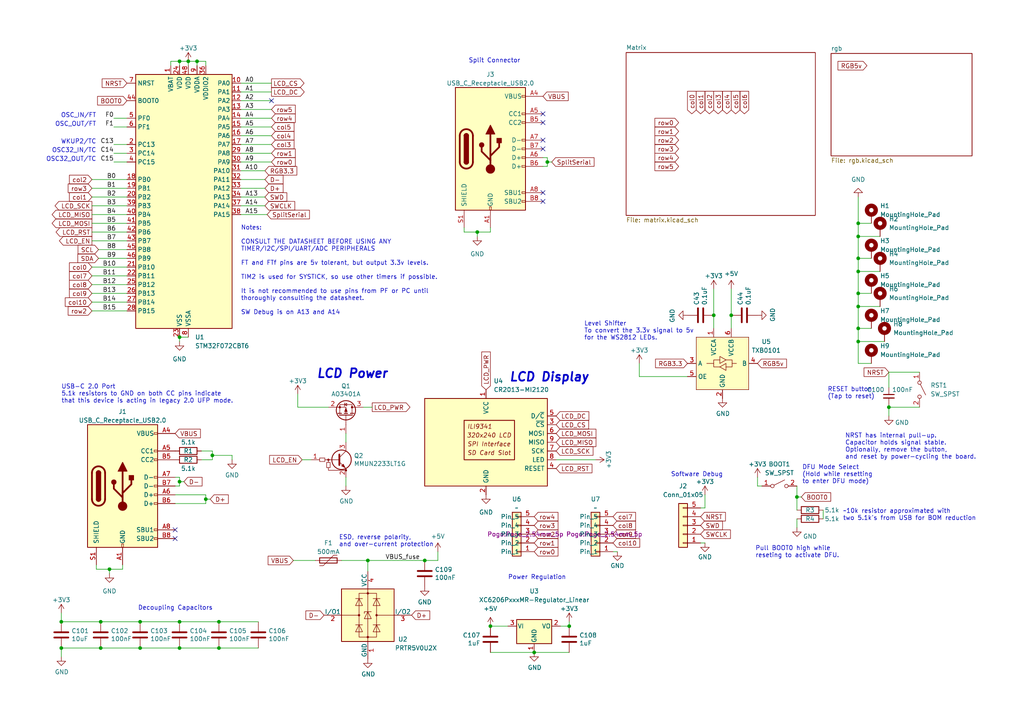
<source format=kicad_sch>
(kicad_sch (version 20231120) (generator "eeschema") (generator_version "8.0")
  (paper "A4")
  (junction (at 17.78 180.34))
  (junction (at 248.92 74.93))
  (junction (at 207.01 91.44))
  (junction (at 138.43 67.31))
  (junction (at 61.595 132.08))
  (junction (at 52.07 17.78))
  (junction (at 54.61 17.78))
  (junction (at 59.69 144.78))
  (junction (at 52.07 139.7))
  (junction (at 248.92 95.25))
  (junction (at 52.07 180.34))
  (junction (at 106.68 162.56))
  (junction (at 17.78 187.96))
  (junction (at 52.07 97.79))
  (junction (at 29.21 180.34))
  (junction (at 248.92 78.74))
  (junction (at 63.5 180.34))
  (junction (at 248.92 64.77))
  (junction (at 29.21 187.96))
  (junction (at 248.92 88.9))
  (junction (at 231.14 144.145))
  (junction (at 212.09 91.44))
  (junction (at 248.92 85.09))
  (junction (at 40.64 180.34))
  (junction (at 154.94 189.23) (diameter 0.9144))
  (junction (at 40.64 187.96))
  (junction (at 123.19 162.56))
  (junction (at 63.5 187.96))
  (junction (at 57.15 17.78))
  (junction (at 52.07 187.96))
  (junction (at 257.81 118.11))
  (junction (at 165.1 181.61))
  (junction (at 248.92 99.06))
  (junction (at 31.75 165.1))
  (junction (at 248.92 68.58))
  (junction (at 142.24 181.61))
  (junction (at 158.75 46.99))
  (no_connect (at 157.48 43.18))
  (no_connect (at 50.8 153.67))
  (no_connect (at 157.48 58.42))
  (no_connect (at 50.8 156.21))
  (no_connect (at 78.74 29.21))
  (no_connect (at 157.48 33.02))
  (no_connect (at 157.48 35.56))
  (no_connect (at 157.48 40.64))
  (no_connect (at 157.48 55.88))
  (wire (pts (xy 248.92 88.9) (xy 248.92 85.09)))
  (wire (pts (xy 69.85 39.37) (xy 78.74 39.37)))
  (wire (pts (xy 63.5 187.96) (xy 74.93 187.96)))
  (wire (pts (xy 123.19 162.56) (xy 127 162.56)))
  (wire (pts (xy 248.92 95.25) (xy 248.92 88.9)))
  (wire (pts (xy 138.43 68.58) (xy 138.43 67.31)))
  (wire (pts (xy 17.78 177.8) (xy 17.78 180.34)))
  (wire (pts (xy 26.67 80.01) (xy 36.83 80.01)))
  (wire (pts (xy 248.92 57.15) (xy 248.92 64.77)))
  (wire (pts (xy 100.33 125.73) (xy 100.33 128.27)))
  (wire (pts (xy 127 160.02) (xy 127 162.56)))
  (wire (pts (xy 40.64 180.34) (xy 29.21 180.34)))
  (wire (pts (xy 52.07 138.43) (xy 52.07 139.7)))
  (wire (pts (xy 67.31 132.08) (xy 67.31 133.35)))
  (wire (pts (xy 207.01 83.82) (xy 207.01 91.44)))
  (wire (pts (xy 69.85 57.15) (xy 76.835 57.15)))
  (wire (pts (xy 248.92 74.93) (xy 248.92 68.58)))
  (wire (pts (xy 248.92 78.74) (xy 248.92 74.93)))
  (wire (pts (xy 59.69 146.05) (xy 59.69 144.78)))
  (wire (pts (xy 50.8 143.51) (xy 59.69 143.51)))
  (wire (pts (xy 33.02 44.45) (xy 36.83 44.45)))
  (wire (pts (xy 26.67 77.47) (xy 36.83 77.47)))
  (wire (pts (xy 26.67 54.61) (xy 36.83 54.61)))
  (wire (pts (xy 26.67 52.07) (xy 36.83 52.07)))
  (wire (pts (xy 29.21 180.34) (xy 17.78 180.34)))
  (wire (pts (xy 40.64 187.96) (xy 52.07 187.96)))
  (wire (pts (xy 204.47 143.51) (xy 204.47 147.32)))
  (wire (pts (xy 52.07 17.78) (xy 52.07 19.05)))
  (wire (pts (xy 17.78 190.5) (xy 17.78 187.96)))
  (wire (pts (xy 69.85 54.61) (xy 76.835 54.61)))
  (wire (pts (xy 185.42 109.22) (xy 199.39 109.22)))
  (wire (pts (xy 33.02 36.83) (xy 36.83 36.83)))
  (wire (pts (xy 61.595 133.35) (xy 61.595 132.08)))
  (wire (pts (xy 248.92 99.06) (xy 248.92 105.41)))
  (wire (pts (xy 248.92 105.41) (xy 252.73 105.41)))
  (wire (pts (xy 28.575 72.39) (xy 36.83 72.39)))
  (wire (pts (xy 26.67 57.15) (xy 36.83 57.15)))
  (wire (pts (xy 26.67 85.09) (xy 36.83 85.09)))
  (wire (pts (xy 134.62 67.31) (xy 138.43 67.31)))
  (wire (pts (xy 86.36 114.3) (xy 86.36 118.11)))
  (wire (pts (xy 33.02 46.99) (xy 36.83 46.99)))
  (wire (pts (xy 154.94 189.23) (xy 165.1 189.23)))
  (wire (pts (xy 231.14 140.97) (xy 231.14 144.145)))
  (wire (pts (xy 52.07 99.06) (xy 52.07 97.79)))
  (wire (pts (xy 248.92 78.74) (xy 255.27 78.74)))
  (wire (pts (xy 61.595 132.08) (xy 67.31 132.08)))
  (wire (pts (xy 26.67 67.31) (xy 36.83 67.31)))
  (wire (pts (xy 165.1 180.34) (xy 165.1 181.61)))
  (wire (pts (xy 69.85 62.23) (xy 77.47 62.23)))
  (wire (pts (xy 52.07 97.79) (xy 54.61 97.79)))
  (wire (pts (xy 69.85 49.53) (xy 76.835 49.53)))
  (wire (pts (xy 52.07 180.34) (xy 63.5 180.34)))
  (wire (pts (xy 248.92 95.25) (xy 248.92 99.06)))
  (wire (pts (xy 204.47 147.32) (xy 203.2 147.32)))
  (wire (pts (xy 157.48 45.72) (xy 158.75 45.72)))
  (wire (pts (xy 26.67 62.23) (xy 36.83 62.23)))
  (wire (pts (xy 49.53 17.78) (xy 52.07 17.78)))
  (wire (pts (xy 26.67 64.77) (xy 36.83 64.77)))
  (wire (pts (xy 50.8 146.05) (xy 59.69 146.05)))
  (wire (pts (xy 100.33 138.43) (xy 100.33 140.97)))
  (wire (pts (xy 69.85 34.29) (xy 78.74 34.29)))
  (wire (pts (xy 238.76 147.955) (xy 238.76 150.495)))
  (wire (pts (xy 52.07 139.7) (xy 52.07 140.97)))
  (wire (pts (xy 69.85 59.69) (xy 76.835 59.69)))
  (wire (pts (xy 26.67 82.55) (xy 36.83 82.55)))
  (wire (pts (xy 52.07 17.78) (xy 54.61 17.78)))
  (wire (pts (xy 185.42 109.22) (xy 185.42 105.41)))
  (wire (pts (xy 212.09 83.82) (xy 212.09 91.44)))
  (wire (pts (xy 49.53 17.78) (xy 49.53 19.05)))
  (wire (pts (xy 256.54 99.06) (xy 248.92 99.06)))
  (wire (pts (xy 33.02 41.91) (xy 36.83 41.91)))
  (wire (pts (xy 142.24 181.61) (xy 147.32 181.61)))
  (wire (pts (xy 69.85 44.45) (xy 78.74 44.45)))
  (wire (pts (xy 162.56 181.61) (xy 165.1 181.61)))
  (wire (pts (xy 85.09 162.56) (xy 91.44 162.56)))
  (wire (pts (xy 40.64 187.96) (xy 29.21 187.96)))
  (wire (pts (xy 257.81 107.95) (xy 257.81 112.395)))
  (wire (pts (xy 231.14 144.145) (xy 231.14 147.955)))
  (wire (pts (xy 90.17 133.35) (xy 87.63 133.35)))
  (wire (pts (xy 26.67 87.63) (xy 36.83 87.63)))
  (wire (pts (xy 50.8 140.97) (xy 52.07 140.97)))
  (wire (pts (xy 158.75 46.99) (xy 160.02 46.99)))
  (wire (pts (xy 231.14 150.495) (xy 231.14 153.035)))
  (wire (pts (xy 257.81 107.95) (xy 266.7 107.95)))
  (wire (pts (xy 134.62 66.04) (xy 134.62 67.31)))
  (wire (pts (xy 29.21 187.96) (xy 17.78 187.96)))
  (wire (pts (xy 69.85 24.13) (xy 78.74 24.13)))
  (wire (pts (xy 257.81 118.11) (xy 266.7 118.11)))
  (wire (pts (xy 35.56 165.1) (xy 35.56 163.83)))
  (wire (pts (xy 59.69 143.51) (xy 59.69 144.78)))
  (wire (pts (xy 203.2 157.48) (xy 204.47 157.48)))
  (wire (pts (xy 248.92 88.9) (xy 255.27 88.9)))
  (wire (pts (xy 69.85 29.21) (xy 78.74 29.21)))
  (wire (pts (xy 27.94 165.1) (xy 31.75 165.1)))
  (wire (pts (xy 106.68 162.56) (xy 123.19 162.56)))
  (wire (pts (xy 158.75 48.26) (xy 158.75 46.99)))
  (wire (pts (xy 248.92 64.77) (xy 252.73 64.77)))
  (wire (pts (xy 40.64 180.34) (xy 52.07 180.34)))
  (wire (pts (xy 231.14 144.145) (xy 232.41 144.145)))
  (wire (pts (xy 52.07 139.7) (xy 53.34 139.7)))
  (wire (pts (xy 57.15 17.78) (xy 54.61 17.78)))
  (wire (pts (xy 59.69 144.78) (xy 60.96 144.78)))
  (wire (pts (xy 158.75 45.72) (xy 158.75 46.99)))
  (wire (pts (xy 59.69 17.78) (xy 59.69 19.05)))
  (wire (pts (xy 69.85 36.83) (xy 78.74 36.83)))
  (wire (pts (xy 154.94 189.23) (xy 142.24 189.23)))
  (wire (pts (xy 28.575 74.93) (xy 36.83 74.93)))
  (wire (pts (xy 177.8 160.02) (xy 179.07 160.02)))
  (wire (pts (xy 50.8 138.43) (xy 52.07 138.43)))
  (wire (pts (xy 69.85 31.75) (xy 78.74 31.75)))
  (wire (pts (xy 54.61 17.78) (xy 54.61 19.05)))
  (wire (pts (xy 220.98 140.97) (xy 219.71 140.97)))
  (wire (pts (xy 63.5 180.34) (xy 74.93 180.34)))
  (wire (pts (xy 31.75 165.1) (xy 35.56 165.1)))
  (wire (pts (xy 26.67 59.69) (xy 36.83 59.69)))
  (wire (pts (xy 248.92 68.58) (xy 255.27 68.58)))
  (wire (pts (xy 207.01 91.44) (xy 207.01 95.25)))
  (wire (pts (xy 69.85 52.07) (xy 76.835 52.07)))
  (wire (pts (xy 33.02 34.29) (xy 36.83 34.29)))
  (wire (pts (xy 31.75 166.37) (xy 31.75 165.1)))
  (wire (pts (xy 105.41 118.11) (xy 107.95 118.11)))
  (wire (pts (xy 57.15 17.78) (xy 57.15 19.05)))
  (wire (pts (xy 142.24 67.31) (xy 142.24 66.04)))
  (wire (pts (xy 86.36 118.11) (xy 95.25 118.11)))
  (wire (pts (xy 58.42 133.35) (xy 61.595 133.35)))
  (wire (pts (xy 252.73 95.25) (xy 248.92 95.25)))
  (wire (pts (xy 69.85 41.91) (xy 78.74 41.91)))
  (wire (pts (xy 52.07 187.96) (xy 63.5 187.96)))
  (wire (pts (xy 27.94 163.83) (xy 27.94 165.1)))
  (wire (pts (xy 257.81 118.11) (xy 257.81 117.475)))
  (wire (pts (xy 248.92 74.93) (xy 252.73 74.93)))
  (wire (pts (xy 138.43 67.31) (xy 142.24 67.31)))
  (wire (pts (xy 212.09 91.44) (xy 212.09 95.25)))
  (wire (pts (xy 26.67 90.17) (xy 36.83 90.17)))
  (wire (pts (xy 58.42 130.81) (xy 61.595 130.81)))
  (wire (pts (xy 248.92 85.09) (xy 248.92 78.74)))
  (wire (pts (xy 248.92 68.58) (xy 248.92 64.77)))
  (wire (pts (xy 257.81 120.65) (xy 257.81 118.11)))
  (wire (pts (xy 161.29 133.35) (xy 172.72 133.35)))
  (wire (pts (xy 219.71 138.43) (xy 219.71 140.97)))
  (wire (pts (xy 106.68 162.56) (xy 106.68 165.735)))
  (wire (pts (xy 99.06 162.56) (xy 106.68 162.56)))
  (wire (pts (xy 26.67 69.85) (xy 36.83 69.85)))
  (wire (pts (xy 61.595 132.08) (xy 61.595 130.81)))
  (wire (pts (xy 69.85 46.99) (xy 78.74 46.99)))
  (wire (pts (xy 157.48 48.26) (xy 158.75 48.26)))
  (wire (pts (xy 69.85 26.67) (xy 78.74 26.67)))
  (wire (pts (xy 248.92 85.09) (xy 252.73 85.09)))
  (wire (pts (xy 57.15 17.78) (xy 59.69 17.78)))
  (text "Decoupling Capacitors" (at 40.005 177.165 0) (effects (font (size 1.27 1.27)) (justify left bottom)))
  (text "~10k resistor approximated with\ntwo 5.1k's from USB for BOM reduction" (at 244.475 151.13 0) (effects (font (size 1.27 1.27)) (justify left bottom)))
  (text "LCD Power" (at 91.694 109.982 0) (effects (font (size 2.54 2.54) (thickness 0.508) (bold yes) (italic yes)) (justify left bottom)))
  (text "Notes:\n\nCONSULT THE DATASHEET BEFORE USING ANY \nTIMER/I2C/SPI/UART/ADC PERIPHERALS\n\nFT and FTf pins are 5v tolerant, but output 3.3v levels.\n\nTIM2 is used for SYSTICK, so use other timers if possible.\n\nIt is not recommended to use pins from PF or PC until\nthoroughly consulting the datasheet.\n\nSW Debug is on A13 and A14" (at 69.85 91.44 0) (effects (font (size 1.27 1.27)) (justify left bottom)))
  (text "RESET button\n(Tap to reset)" (at 240.03 115.824 0) (effects (font (size 1.27 1.27)) (justify left bottom)))
  (text "Power Regulation" (at 147.32 168.275 0) (effects (font (size 1.27 1.27)) (justify left bottom)))
  (text "OSC_IN/FT" (at 27.94 34.29 0) (effects (font (size 1.27 1.27)) (justify right bottom)))
  (text "OSC32_OUT/TC" (at 27.94 46.99 0) (effects (font (size 1.27 1.27)) (justify right bottom)))
  (text "USB-C 2.0 Port\n5.1k resistors to GND on both CC pins indicate\nthat this device is acting in legacy 2.0 UFP mode." (at 17.78 117.094 0) (effects (font (size 1.27 1.27)) (justify left bottom)))
  (text "WKUP2/TC" (at 27.94 41.91 0) (effects (font (size 1.27 1.27)) (justify right bottom)))
  (text "OSC_OUT/FT" (at 27.94 36.83 0) (effects (font (size 1.27 1.27)) (justify right bottom)))
  (text "ESD, reverse polarity,\nand over-current protection" (at 98.298 158.75 0) (effects (font (size 1.27 1.27)) (justify left bottom)))
  (text "Split Connector" (at 135.89 18.415 0) (effects (font (size 1.27 1.27)) (justify left bottom)))
  (text "Software Debug" (at 194.564 138.43 0) (effects (font (size 1.27 1.27)) (justify left bottom)))
  (text "NRST has internal pull-up.\nCapacitor holds signal stable.\nOptionally, remove the button,\nand reset by power-cycling the board." (at 245.11 133.35 0) (effects (font (size 1.27 1.27)) (justify left bottom)))
  (text "OSC32_IN/TC" (at 27.94 44.45 0) (effects (font (size 1.27 1.27)) (justify right bottom)))
  (text "Pull BOOT0 high while \nreseting to activate DFU." (at 219.075 161.925 0) (effects (font (size 1.27 1.27)) (justify left bottom)))
  (text "Level Shifter\nTo convert the 3.3v signal to 5v\nfor the WS2812 LEDs." (at 169.418 98.806 0) (effects (font (size 1.27 1.27)) (justify left bottom)))
  (text "LCD Display" (at 147.574 110.998 0) (effects (font (size 2.54 2.54) (thickness 0.508) (bold yes) (italic yes)) (justify left bottom)))
  (text "DFU Mode Select\n(Hold while resetting\nto enter DFU mode)" (at 232.664 140.462 0) (effects (font (size 1.27 1.27)) (justify left bottom)))
  (label "A0" (at 71.12 24.13 0))
  (label "B11" (at 33.655 80.01 180))
  (label "C13" (at 33.02 41.91 180))
  (label "A6" (at 71.12 39.37 0))
  (label "B4" (at 33.655 62.23 180))
  (label "A7" (at 71.12 41.91 0))
  (label "A4" (at 71.12 34.29 0))
  (label "B2" (at 33.655 57.15 180))
  (label "B8" (at 33.655 72.39 180))
  (label "F0" (at 33.02 34.29 180))
  (label "B13" (at 33.655 85.09 180))
  (label "A3" (at 71.12 31.75 0))
  (label "A10" (at 71.12 49.53 0))
  (label "A9" (at 71.12 46.99 0))
  (label "C14" (at 33.02 44.45 180))
  (label "A2" (at 71.12 29.21 0))
  (label "B5" (at 33.655 64.77 180))
  (label "B0" (at 33.655 52.07 180))
  (label "F1" (at 33.02 36.83 180))
  (label "C15" (at 33.02 46.99 180))
  (label "A8" (at 71.12 44.45 0))
  (label "B1" (at 33.655 54.61 180))
  (label "B7" (at 33.655 69.85 180))
  (label "B10" (at 33.655 77.47 180))
  (label "B9" (at 33.655 74.93 180))
  (label "B6" (at 33.655 67.31 180))
  (label "A13" (at 71.12 57.15 0))
  (label "VBUS_fuse" (at 111.76 162.56 0))
  (label "A1" (at 71.12 26.67 0))
  (label "B3" (at 33.655 59.69 180))
  (label "B15" (at 33.655 90.17 180))
  (label "A5" (at 71.12 36.83 0))
  (label "B14" (at 33.655 87.63 180))
  (label "A15" (at 71.12 62.23 0))
  (label "A14" (at 71.12 59.69 0))
  (label "B12" (at 33.655 82.55 180))
  (global_label "RGB5v" (shape input) (at 219.71 105.41 0) (property "Intersheetrefs" "${INTERSHEET_REFS}" (effects (hide yes))))
  (global_label "col5" (shape input) (at 78.74 36.83 0) (property "Intersheetrefs" "${INTERSHEET_REFS}" (effects (hide yes))))
  (global_label "SDA" (shape input) (at 28.575 74.93 180) (property "Intersheetrefs" "${INTERSHEET_REFS}" (effects (hide yes))))
  (global_label "LCD_MISO" (shape input) (at 161.29 128.27 0) (property "Intersheetrefs" "${INTERSHEET_REFS}" (effects (hide yes))))
  (global_label "VBUS" (shape input) (at 157.48 27.94 0) (property "Intersheetrefs" "${INTERSHEET_REFS}" (effects (hide yes))))
  (global_label "SWD" (shape input) (at 76.835 57.15 0) (property "Intersheetrefs" "${INTERSHEET_REFS}" (effects (hide yes))))
  (global_label "row1" (shape input) (at 196.85 38.1 180) (property "Intersheetrefs" "${INTERSHEET_REFS}" (effects (hide yes))))
  (global_label "LCD_EN" (shape output) (at 26.67 69.85 180) (property "Intersheetrefs" "${INTERSHEET_REFS}" (effects (hide yes))))
  (global_label "row2" (shape input) (at 196.85 40.64 180) (property "Intersheetrefs" "${INTERSHEET_REFS}" (effects (hide yes))))
  (global_label "RGB3.3" (shape input) (at 199.39 105.41 180) (property "Intersheetrefs" "${INTERSHEET_REFS}" (effects (hide yes))))
  (global_label "row0" (shape input) (at 154.94 160.02 0) (property "Intersheetrefs" "${INTERSHEET_REFS}" (effects (hide yes))))
  (global_label "LCD_PWR" (shape input) (at 140.97 113.03 90) (property "Intersheetrefs" "${INTERSHEET_REFS}" (effects (hide yes))))
  (global_label "SWCLK" (shape input) (at 203.2 154.94 0) (property "Intersheetrefs" "${INTERSHEET_REFS}" (effects (hide yes))))
  (global_label "col10" (shape input) (at 177.8 157.48 0) (property "Intersheetrefs" "${INTERSHEET_REFS}" (effects (hide yes))))
  (global_label "NRST" (shape input) (at 257.81 107.95 180) (property "Intersheetrefs" "${INTERSHEET_REFS}" (effects (hide yes))))
  (global_label "SCL" (shape input) (at 28.575 72.39 180) (property "Intersheetrefs" "${INTERSHEET_REFS}" (effects (hide yes))))
  (global_label "LCD_RST" (shape output) (at 26.67 67.31 180) (property "Intersheetrefs" "${INTERSHEET_REFS}" (effects (hide yes))))
  (global_label "LCD_CS" (shape output) (at 78.74 24.13 0) (property "Intersheetrefs" "${INTERSHEET_REFS}" (effects (hide yes))))
  (global_label "row3" (shape input) (at 154.94 152.4 0) (property "Intersheetrefs" "${INTERSHEET_REFS}" (effects (hide yes))))
  (global_label "row1" (shape input) (at 154.94 157.48 0) (property "Intersheetrefs" "${INTERSHEET_REFS}" (effects (hide yes))))
  (global_label "VBUS" (shape input) (at 50.8 125.73 0) (property "Intersheetrefs" "${INTERSHEET_REFS}" (effects (hide yes))))
  (global_label "LCD_CS" (shape input) (at 161.29 123.19 0) (property "Intersheetrefs" "${INTERSHEET_REFS}" (effects (hide yes))))
  (global_label "LCD_PWR" (shape output) (at 107.95 118.11 0) (property "Intersheetrefs" "${INTERSHEET_REFS}" (effects (hide yes))))
  (global_label "col8" (shape input) (at 177.8 152.4 0) (property "Intersheetrefs" "${INTERSHEET_REFS}" (effects (hide yes))))
  (global_label "col6" (shape input) (at 215.9 33.02 90) (property "Intersheetrefs" "${INTERSHEET_REFS}" (effects (hide yes))))
  (global_label "row4" (shape input) (at 78.74 34.29 0) (property "Intersheetrefs" "${INTERSHEET_REFS}" (effects (hide yes))))
  (global_label "BOOT0" (shape input) (at 232.41 144.145 0) (property "Intersheetrefs" "${INTERSHEET_REFS}" (effects (hide yes))))
  (global_label "col7" (shape input) (at 177.8 149.86 0) (property "Intersheetrefs" "${INTERSHEET_REFS}" (effects (hide yes))))
  (global_label "LCD_MOSI" (shape output) (at 26.67 64.77 180) (property "Intersheetrefs" "${INTERSHEET_REFS}" (effects (hide yes))))
  (global_label "col7" (shape input) (at 26.67 80.01 180) (property "Intersheetrefs" "${INTERSHEET_REFS}" (effects (hide yes))))
  (global_label "col0" (shape input) (at 26.67 77.47 180) (property "Intersheetrefs" "${INTERSHEET_REFS}" (effects (hide yes))))
  (global_label "col5" (shape input) (at 213.36 33.02 90) (property "Intersheetrefs" "${INTERSHEET_REFS}" (effects (hide yes))))
  (global_label "BOOT0" (shape input) (at 36.83 29.21 180) (property "Intersheetrefs" "${INTERSHEET_REFS}" (effects (hide yes))))
  (global_label "row4" (shape input) (at 196.85 45.72 180) (property "Intersheetrefs" "${INTERSHEET_REFS}" (effects (hide yes))))
  (global_label "LCD_SCK" (shape output) (at 26.67 59.69 180) (property "Intersheetrefs" "${INTERSHEET_REFS}" (effects (hide yes))))
  (global_label "row2" (shape input) (at 154.94 154.94 0) (property "Intersheetrefs" "${INTERSHEET_REFS}" (effects (hide yes))))
  (global_label "col2" (shape input) (at 26.67 52.07 180) (property "Intersheetrefs" "${INTERSHEET_REFS}" (effects (hide yes))))
  (global_label "LCD_MISO" (shape output) (at 26.67 62.23 180) (property "Intersheetrefs" "${INTERSHEET_REFS}" (effects (hide yes))))
  (global_label "SWD" (shape input) (at 203.2 152.4 0) (property "Intersheetrefs" "${INTERSHEET_REFS}" (effects (hide yes))))
  (global_label "RGB5v" (shape input) (at 251.46 19.05 180) (property "Intersheetrefs" "${INTERSHEET_REFS}" (effects (hide yes))))
  (global_label "row5" (shape input) (at 78.74 31.75 0) (property "Intersheetrefs" "${INTERSHEET_REFS}" (effects (hide yes))))
  (global_label "col1" (shape input) (at 26.67 57.15 180) (property "Intersheetrefs" "${INTERSHEET_REFS}" (effects (hide yes))))
  (global_label "NRST" (shape input) (at 203.2 149.86 0) (property "Intersheetrefs" "${INTERSHEET_REFS}" (effects (hide yes))))
  (global_label "col9" (shape input) (at 177.8 154.94 0) (property "Intersheetrefs" "${INTERSHEET_REFS}" (effects (hide yes))))
  (global_label "D-" (shape input) (at 53.34 139.7 0) (property "Intersheetrefs" "${INTERSHEET_REFS}" (effects (hide yes))))
  (global_label "LCD_DC" (shape output) (at 78.74 26.67 0) (property "Intersheetrefs" "${INTERSHEET_REFS}" (effects (hide yes))))
  (global_label "col4" (shape input) (at 78.74 39.37 0) (property "Intersheetrefs" "${INTERSHEET_REFS}" (effects (hide yes))))
  (global_label "col2" (shape input) (at 205.74 33.02 90) (property "Intersheetrefs" "${INTERSHEET_REFS}" (effects (hide yes))))
  (global_label "row5" (shape input) (at 196.85 48.26 180) (property "Intersheetrefs" "${INTERSHEET_REFS}" (effects (hide yes))))
  (global_label "col9" (shape input) (at 26.67 85.09 180) (property "Intersheetrefs" "${INTERSHEET_REFS}" (effects (hide yes))))
  (global_label "row3" (shape input) (at 196.85 43.18 180) (property "Intersheetrefs" "${INTERSHEET_REFS}" (effects (hide yes))))
  (global_label "NRST" (shape input) (at 36.83 24.13 180) (property "Intersheetrefs" "${INTERSHEET_REFS}" (effects (hide yes))))
  (global_label "row1" (shape input) (at 78.74 44.45 0) (property "Intersheetrefs" "${INTERSHEET_REFS}" (effects (hide yes))))
  (global_label "LCD_MOSI" (shape input) (at 161.29 125.73 0) (property "Intersheetrefs" "${INTERSHEET_REFS}" (effects (hide yes))))
  (global_label "LCD_DC" (shape input) (at 161.29 120.65 0) (property "Intersheetrefs" "${INTERSHEET_REFS}" (effects (hide yes))))
  (global_label "row4" (shape input) (at 154.94 149.86 0) (property "Intersheetrefs" "${INTERSHEET_REFS}" (effects (hide yes))))
  (global_label "col3" (shape input) (at 78.74 41.91 0) (property "Intersheetrefs" "${INTERSHEET_REFS}" (effects (hide yes))))
  (global_label "col3" (shape input) (at 208.28 33.02 90) (property "Intersheetrefs" "${INTERSHEET_REFS}" (effects (hide yes))))
  (global_label "LCD_EN" (shape input) (at 87.63 133.35 180) (property "Intersheetrefs" "${INTERSHEET_REFS}" (effects (hide yes))))
  (global_label "D-" (shape input) (at 76.835 52.07 0) (property "Intersheetrefs" "${INTERSHEET_REFS}" (effects (hide yes))))
  (global_label "RGB3.3" (shape input) (at 76.835 49.53 0) (property "Intersheetrefs" "${INTERSHEET_REFS}" (effects (hide yes))))
  (global_label "col10" (shape input) (at 26.67 87.63 180) (property "Intersheetrefs" "${INTERSHEET_REFS}" (effects (hide yes))))
  (global_label "row3" (shape input) (at 26.67 54.61 180) (property "Intersheetrefs" "${INTERSHEET_REFS}" (effects (hide yes))))
  (global_label "SplitSerial" (shape input) (at 77.47 62.23 0) (property "Intersheetrefs" "${INTERSHEET_REFS}" (effects (hide yes))))
  (global_label "SWCLK" (shape input) (at 76.835 59.69 0) (property "Intersheetrefs" "${INTERSHEET_REFS}" (effects (hide yes))))
  (global_label "col1" (shape input) (at 203.2 33.02 90) (property "Intersheetrefs" "${INTERSHEET_REFS}" (effects (hide yes))))
  (global_label "row2" (shape input) (at 26.67 90.17 180) (property "Intersheetrefs" "${INTERSHEET_REFS}" (effects (hide yes))))
  (global_label "row0" (shape input) (at 78.74 46.99 0) (property "Intersheetrefs" "${INTERSHEET_REFS}" (effects (hide yes))))
  (global_label "D+" (shape input) (at 60.96 144.78 0) (property "Intersheetrefs" "${INTERSHEET_REFS}" (effects (hide yes))))
  (global_label "col4" (shape input) (at 210.82 33.02 90) (property "Intersheetrefs" "${INTERSHEET_REFS}" (effects (hide yes))))
  (global_label "col0" (shape input) (at 200.66 33.02 90) (property "Intersheetrefs" "${INTERSHEET_REFS}" (effects (hide yes))))
  (global_label "D+" (shape input) (at 119.38 178.435 0) (property "Intersheetrefs" "${INTERSHEET_REFS}" (effects (hide yes))))
  (global_label "D-" (shape input) (at 93.98 178.435 180) (property "Intersheetrefs" "${INTERSHEET_REFS}" (effects (hide yes))))
  (global_label "SplitSerial" (shape input) (at 160.02 46.99 0) (property "Intersheetrefs" "${INTERSHEET_REFS}" (effects (hide yes))))
  (global_label "LCD_SCK" (shape input) (at 161.29 130.81 0) (property "Intersheetrefs" "${INTERSHEET_REFS}" (effects (hide yes))))
  (global_label "row0" (shape input) (at 196.85 35.56 180) (property "Intersheetrefs" "${INTERSHEET_REFS}" (effects (hide yes))))
  (global_label "col8" (shape input) (at 26.67 82.55 180) (property "Intersheetrefs" "${INTERSHEET_REFS}" (effects (hide yes))))
  (global_label "LCD_RST" (shape input) (at 161.29 135.89 0) (property "Intersheetrefs" "${INTERSHEET_REFS}" (effects (hide yes))))
  (global_label "D+" (shape input) (at 76.835 54.61 0) (property "Intersheetrefs" "${INTERSHEET_REFS}" (effects (hide yes))))
  (global_label "VBUS" (shape input) (at 85.09 162.56 180) (property "Intersheetrefs" "${INTERSHEET_REFS}" (effects (hide yes))))
  (symbol (lib_id "power:+3V3") (at 207.01 83.82 0) (unit 1)
    (property "Reference" "#PWR060" (effects (hide yes)))
    (property "Value" "+3V3" (at 207.01 80.01 0))
  )
  (symbol (lib_id "power:GND") (at 154.94 189.23 0) (unit 1)
    (property "Reference" "#PWR015" (effects (hide yes)))
    (property "Value" "GND" (at 155.067 193.6242 0))
  )
  (symbol (lib_id "power:+5V") (at 142.24 181.61 0) (unit 1)
    (property "Reference" "#PWR013" (effects (hide yes)))
    (property "Value" "+5V" (at 142.24 176.53 0))
  )
  (symbol (lib_id "Device:C") (at 165.1 185.42 0) (unit 1)
    (property "Reference" "C108" (at 168.021 184.2516 0) (effects (justify left)))
    (property "Value" "1uF" (at 168.021 186.563 0) (effects (justify left)))
    (property "Footprint" "Capacitor_SMD:C_0402_1005Metric" (effects (hide yes)))
    (property "LCSC" "C307331" (effects (hide yes)))
  )
  (symbol (lib_id "power:GND") (at 123.19 170.18 0) (unit 1)
    (property "Reference" "#PWR010" (effects (hide yes)))
    (property "Value" "GND" (at 123.19 174.625 0))
  )
  (symbol (lib_id "MCU_ST_STM32F0:STM32F072CBTx") (at 52.07 59.69 0) (unit 1)
    (property "Reference" "U1" (at 56.5659 97.79 0) (effects (justify left)))
    (property "Value" "STM32F072CBT6" (at 56.5659 100.33 0) (effects (justify left)))
    (property "Footprint" "Package_QFP:LQFP-48_7x7mm_P0.5mm" (effects (hide yes)))
    (property "Datasheet" "https://www.st.com/resource/en/datasheet/stm32f072cb.pdf" (effects (hide yes)))
    (property "JlcRotOffset" "90" (effects (hide yes)))
  )
  (symbol (lib_id "Transistor_FET:AO3401A") (at 100.33 120.65 270) (mirror x) (unit 1)
    (property "Reference" "Q1" (at 100.33 111.9632 90))
    (property "Value" "AO3401A" (at 100.33 114.2746 90))
    (property "Footprint" "Package_TO_SOT_SMD:SOT-23-3" (effects (hide yes)))
  )
  (symbol (lib_id "power:+3V3") (at 185.42 105.41 0) (unit 1)
    (property "Reference" "#PWR063" (effects (hide yes)))
    (property "Value" "+3V3" (at 185.42 101.6 0))
  )
  (symbol (lib_id "Device:C") (at 123.19 166.37 0) (unit 1)
    (property "Reference" "C109" (at 126.111 165.2016 0) (effects (justify left)))
    (property "Value" "100nF" (at 126.111 167.513 0) (effects (justify left)))
    (property "Footprint" "Capacitor_SMD:C_0402_1005Metric" (effects (hide yes)))
    (property "LCSC" "C307331" (effects (hide yes)))
  )
  (symbol (lib_id "Driver_Display:CR2013-MI2120") (at 140.97 128.27 0) (unit 1)
    (property "Reference" "U4" (at 143.1641 110.49 0) (effects (justify left)))
    (property "Value" "CR2013-MI2120" (at 143.1641 113.03 0) (effects (justify left)))
    (property "Footprint" "Display:CR2013-MI2120" (effects (hide yes)))
    (property "Datasheet" "http://pan.baidu.com/s/11Y990" (effects (hide yes)))
    (property "Description" "ILI9341 controller, SPI TFT LCD Display, 9-pin breakout PCB, 4-pin SD card interface, 5V/3.3V" (effects (hide yes)))
  )
  (symbol (lib_id "Device:C_Small") (at 257.81 114.935 0) (mirror y) (unit 1)
    (property "Reference" "C100" (at 256.54 113.03 0) (effects (justify left)))
    (property "Value" "100nF" (at 264.795 113.03 0) (effects (justify left)))
    (property "Footprint" "Capacitor_SMD:C_0402_1005Metric" (effects (hide yes)))
    (property "LCSC" "C307331" (effects (hide yes)))
  )
  (symbol (lib_id "Device:R") (at 234.95 147.955 90) (unit 1)
    (property "Reference" "R3" (at 234.95 147.955 90))
    (property "Value" "5.1k" (at 241.3 147.955 90))
    (property "Footprint" "Resistor_SMD:R_0402_1005Metric" (effects (hide yes)))
  )
  (symbol (lib_id "Mechanical:MountingHole_Pad") (at 252.73 102.87 0) (unit 1) (exclude_from_sim yes) (in_bom no)
    (property "Reference" "H9" (at 255.27 100.3299 0) (effects (justify left)))
    (property "Value" "MountingHole_Pad" (at 255.27 102.8699 0) (effects (justify left)))
    (property "Footprint" "MountingHole:MountingHole_3.2mm_M3_DIN965_Pad" (effects (hide yes)))
    (property "Description" "Mounting Hole with connection" (effects (hide yes)))
  )
  (symbol (lib_id "Connector:USB_C_Receptacle_USB2.0") (at 35.56 140.97 0) (unit 1)
    (property "Reference" "J1" (at 35.56 119.38 0))
    (property "Value" "USB_C_Receptacle_USB2.0" (at 35.56 121.92 0))
    (property "Footprint" "PCM_marbastlib-various:USB_C_Receptacle_HRO_TYPE-C-31-M-14" (effects (hide yes)))
    (property "Datasheet" "https://www.usb.org/sites/default/files/documents/usb_type-c.zip" (effects (hide yes)))
    (property "JlcRotOffset" "180" (effects (hide yes)))
    (property "JlcPosOffset" "0,1.5" (effects (hide yes)))
  )
  (symbol (lib_id "Device:C") (at 63.5 184.15 0) (unit 1)
    (property "Reference" "C105" (at 66.421 182.9816 0) (effects (justify left)))
    (property "Value" "100nF" (at 66.421 185.293 0) (effects (justify left)))
    (property "Footprint" "Capacitor_SMD:C_0402_1005Metric" (effects (hide yes)))
    (property "LCSC" "C307331" (effects (hide yes)))
  )
  (symbol (lib_id "Mechanical:MountingHole_Pad") (at 256.54 96.52 0) (unit 1) (exclude_from_sim yes) (in_bom no)
    (property "Reference" "H8" (at 259.08 93.9799 0) (effects (justify left)))
    (property "Value" "MountingHole_Pad" (at 259.08 96.5199 0) (effects (justify left)))
    (property "Footprint" "MountingHole:MountingHole_3.2mm_M3_DIN965_Pad" (effects (hide yes)))
    (property "Description" "Mounting Hole with connection" (effects (hide yes)))
  )
  (symbol (lib_id "Device:C") (at 142.24 185.42 0) (mirror y) (unit 1)
    (property "Reference" "C107" (at 139.319 184.2516 0) (effects (justify left)))
    (property "Value" "1uF" (at 139.319 186.563 0) (effects (justify left)))
    (property "Footprint" "Capacitor_SMD:C_0402_1005Metric" (effects (hide yes)))
    (property "LCSC" "C307331" (effects (hide yes)))
  )
  (symbol (lib_id "Switch:SW_SPST") (at 226.06 140.97 0) (unit 1)
    (property "Reference" "BOOT1" (at 226.06 134.62 0))
    (property "Value" "SW_SPST" (at 226.06 137.16 0))
    (property "Footprint" "Button_Switch_SMD:SW_SPST_TL3342" (effects (hide yes)))
  )
  (symbol (lib_id "Power_Protection:PRTR5V0U2X") (at 106.68 178.435 0) (unit 1)
    (property "Reference" "U2" (at 116.84 185.42 0))
    (property "Value" "PRTR5V0U2X" (at 120.65 187.96 0))
    (property "Footprint" "Package_TO_SOT_SMD:SOT-143" (effects (hide yes)))
    (property "Datasheet" "https://assets.nexperia.com/documents/data-sheet/PRTR5V0U2X.pdf" (effects (hide yes)))
    (property "LCSC" "C2827688" (effects (hide yes)))
    (property "JlcRotOffset" "90" (effects (hide yes)))
  )
  (symbol (lib_id "Mechanical:MountingHole_Pad") (at 252.73 72.39 0) (unit 1) (exclude_from_sim yes) (in_bom no)
    (property "Reference" "H3" (at 255.27 69.8499 0) (effects (justify left)))
    (property "Value" "MountingHole_Pad" (at 255.27 72.3899 0) (effects (justify left)))
    (property "Footprint" "MountingHole:MountingHole_3.2mm_M3_DIN965_Pad" (effects (hide yes)))
    (property "Description" "Mounting Hole with connection" (effects (hide yes)))
  )
  (symbol (lib_name "+5V_1") (lib_id "power:+5V") (at 212.09 83.82 0) (unit 1)
    (property "Reference" "#PWR064" (effects (hide yes)))
    (property "Value" "+5V" (at 212.09 79.375 0))
  )
  (symbol (lib_id "power:+3V3") (at 204.47 143.51 0) (mirror y) (unit 1)
    (property "Reference" "#PWR065" (effects (hide yes)))
    (property "Value" "+3V3" (at 204.47 139.7 0))
  )
  (symbol (lib_id "PCM_marbastlib-various:TXB0101") (at 209.55 107.95 0) (unit 1)
    (property "Reference" "U5" (at 222.25 99.0914 0))
    (property "Value" "TXB0101" (at 222.25 101.6314 0))
    (property "Footprint" "Package_TO_SOT_SMD:SOT-363_SC-70-6_Handsoldering" (effects (hide yes)))
    (property "Datasheet" "https://datasheet.lcsc.com/szlcsc/Texas-Instruments-TI-TXB0101DCKR_C324081.pdf" (effects (hide yes)))
    (property "Description" "1-Bit Bidirectional Voltage-Level Translator" (effects (hide yes)))
    (property "LCSC" "C324081" (effects (hide yes)))
  )
  (symbol (lib_id "Mechanical:MountingHole_Pad") (at 255.27 86.36 0) (unit 1) (exclude_from_sim yes) (in_bom no)
    (property "Reference" "H6" (at 257.81 83.8199 0) (effects (justify left)))
    (property "Value" "MountingHole_Pad" (at 257.81 86.3599 0) (effects (justify left)))
    (property "Footprint" "MountingHole:MountingHole_3.2mm_M3_DIN965_Pad" (effects (hide yes)))
    (property "Description" "Mounting Hole with connection" (effects (hide yes)))
  )
  (symbol (lib_id "power:GND") (at 204.47 157.48 0) (unit 1)
    (property "Reference" "#PWR070" (effects (hide yes)))
    (property "Value" "GND" (at 204.47 161.544 0))
  )
  (symbol (lib_id "power:GND") (at 257.81 120.65 0) (mirror y) (unit 1)
    (property "Reference" "#PWR06" (effects (hide yes)))
    (property "Value" "GND" (at 261.62 122.555 0))
  )
  (symbol (lib_id "Device:Q_NPN_BEC_BRT") (at 99.06 133.35 0) (unit 1)
    (property "Reference" "Q2" (at 102.6414 132.1816 0) (effects (justify left)))
    (property "Value" "MMUN2233LT1G" (at 102.6414 134.493 0) (effects (justify left)))
    (property "Footprint" "Package_TO_SOT_SMD:SOT-23-3" (effects (hide yes)))
  )
  (symbol (lib_id "power:+3V3") (at 86.36 114.3 0) (mirror y) (unit 1)
    (property "Reference" "#PWR069" (effects (hide yes)))
    (property "Value" "+3V3" (at 86.36 110.49 0))
  )
  (symbol (lib_id "Device:Polyfuse") (at 95.25 162.56 90) (unit 1)
    (property "Reference" "F1" (at 95.25 157.48 90))
    (property "Value" "500mA" (at 95.25 160.02 90))
    (property "Footprint" "Fuse:Fuse_1206_3216Metric" (effects (hide yes)))
    (property "LCSC" "C135341" (effects (hide yes)))
  )
  (symbol (lib_id "Device:C") (at 74.93 184.15 0) (unit 1)
    (property "Reference" "C106" (at 77.851 182.9816 0) (effects (justify left)))
    (property "Value" "100nF" (at 77.851 185.293 0) (effects (justify left)))
    (property "Footprint" "Capacitor_SMD:C_0402_1005Metric" (effects (hide yes)))
    (property "LCSC" "C307331" (effects (hide yes)))
  )
  (symbol (lib_name "+5V_1") (lib_id "power:+5V") (at 127 160.02 0) (unit 1)
    (property "Reference" "#PWR09" (effects (hide yes)))
    (property "Value" "+5V" (at 127 155.575 0))
  )
  (symbol (lib_id "power:+3V3") (at 165.1 180.34 0) (unit 1)
    (property "Reference" "#PWR012" (effects (hide yes)))
    (property "Value" "+3V3" (at 165.1 176.53 0))
  )
  (symbol (lib_id "Device:C") (at 215.9 91.44 90) (unit 1)
    (property "Reference" "C44" (at 214.7316 88.519 0) (effects (justify left)))
    (property "Value" "0.1uF" (at 217.043 88.519 0) (effects (justify left)))
    (property "Footprint" "Capacitor_SMD:C_0402_1005Metric" (effects (hide yes)))
    (property "LCSC" "C307331" (effects (hide yes)))
  )
  (symbol (lib_id "power:+3V3") (at 17.78 177.8 0) (unit 1)
    (property "Reference" "#PWR04" (effects (hide yes)))
    (property "Value" "+3V3" (at 17.78 173.99 0))
  )
  (symbol (lib_id "power:GND") (at 106.68 191.135 0) (unit 1)
    (property "Reference" "#PWR014" (effects (hide yes)))
    (property "Value" "GND" (at 106.807 195.5292 0))
  )
  (symbol (lib_id "Device:R") (at 234.95 150.495 270) (mirror x) (unit 1)
    (property "Reference" "R4" (at 234.95 150.495 90))
    (property "Value" "5.1k" (at 241.3 150.495 90))
    (property "Footprint" "Resistor_SMD:R_0402_1005Metric" (effects (hide yes)))
  )
  (symbol (lib_id "Mechanical:MountingHole_Pad") (at 255.27 66.04 0) (unit 1) (exclude_from_sim yes) (in_bom no)
    (property "Reference" "H2" (at 257.81 63.4999 0) (effects (justify left)))
    (property "Value" "MountingHole_Pad" (at 257.81 66.0399 0) (effects (justify left)))
    (property "Footprint" "MountingHole:MountingHole_3.2mm_M3_DIN965_Pad" (effects (hide yes)))
    (property "Description" "Mounting Hole with connection" (effects (hide yes)))
  )
  (symbol (lib_id "power:GND") (at 219.71 91.44 90) (unit 1)
    (property "Reference" "#PWR062" (effects (hide yes)))
    (property "Value" "GND" (at 224.1042 91.313 0))
  )
  (symbol (lib_id "power:GND") (at 138.43 68.58 0) (unit 1)
    (property "Reference" "#PWR068" (effects (hide yes)))
    (property "Value" "GND" (at 138.43 73.66 0))
  )
  (symbol (lib_id "power:GND") (at 231.14 153.035 0) (unit 1)
    (property "Reference" "#PWR07" (effects (hide yes)))
    (property "Value" "GND" (at 234.95 155.575 0))
  )
  (symbol (lib_id "power:GND") (at 52.07 99.06 0) (unit 1)
    (property "Reference" "#PWR02" (effects (hide yes)))
    (property "Value" "GND" (at 52.07 104.14 0))
  )
  (symbol (lib_id "Device:R") (at 54.61 130.81 270) (unit 1)
    (property "Reference" "R1" (at 54.61 130.81 90))
    (property "Value" "5.1k" (at 54.61 128.27 90))
    (property "Footprint" "Resistor_SMD:R_0402_1005Metric" (effects (hide yes)))
  )
  (symbol (lib_id "power:GND") (at 67.31 133.35 0) (unit 1)
    (property "Reference" "#PWR05" (effects (hide yes)))
    (property "Value" "GND" (at 67.31 137.795 0))
  )
  (symbol (lib_id "power:+3V3") (at 219.71 138.43 0) (mirror y) (unit 1)
    (property "Reference" "#PWR03" (effects (hide yes)))
    (property "Value" "+3V3" (at 219.71 134.62 0))
  )
  (symbol (lib_id "Device:C") (at 52.07 184.15 0) (unit 1)
    (property "Reference" "C104" (at 54.991 182.9816 0) (effects (justify left)))
    (property "Value" "100nF" (at 54.991 185.293 0) (effects (justify left)))
    (property "Footprint" "Capacitor_SMD:C_0402_1005Metric" (effects (hide yes)))
    (property "LCSC" "C307331" (effects (hide yes)))
  )
  (symbol (lib_id "Device:R") (at 54.61 133.35 90) (unit 1)
    (property "Reference" "R2" (at 54.61 133.35 90))
    (property "Value" "5.1k" (at 54.61 135.89 90))
    (property "Footprint" "Resistor_SMD:R_0402_1005Metric" (effects (hide yes)))
  )
  (symbol (lib_id "Device:C") (at 203.2 91.44 90) (unit 1)
    (property "Reference" "C43" (at 202.0316 88.519 0) (effects (justify left)))
    (property "Value" "0.1uF" (at 204.343 88.519 0) (effects (justify left)))
    (property "Footprint" "Capacitor_SMD:C_0402_1005Metric" (effects (hide yes)))
    (property "LCSC" "C307331" (effects (hide yes)))
  )
  (symbol (lib_id "Device:C") (at 29.21 184.15 0) (unit 1)
    (property "Reference" "C102" (at 32.131 182.9816 0) (effects (justify left)))
    (property "Value" "100nF" (at 32.131 185.293 0) (effects (justify left)))
    (property "Footprint" "Capacitor_SMD:C_0402_1005Metric" (effects (hide yes)))
    (property "LCSC" "C307331" (effects (hide yes)))
  )
  (symbol (lib_id "power:GND") (at 199.39 91.44 270) (unit 1)
    (property "Reference" "#PWR061" (effects (hide yes)))
    (property "Value" "GND" (at 194.9958 91.567 0))
  )
  (symbol (lib_id "Device:C") (at 40.64 184.15 0) (unit 1)
    (property "Reference" "C103" (at 43.561 182.9816 0) (effects (justify left)))
    (property "Value" "100nF" (at 43.561 185.293 0) (effects (justify left)))
    (property "Footprint" "Capacitor_SMD:C_0402_1005Metric" (effects (hide yes)))
    (property "LCSC" "C307331" (effects (hide yes)))
  )
  (symbol (lib_id "Device:C") (at 17.78 184.15 0) (unit 1)
    (property "Reference" "C101" (at 20.701 182.9816 0) (effects (justify left)))
    (property "Value" "10uF" (at 20.701 185.293 0) (effects (justify left)))
    (property "Footprint" "Capacitor_SMD:C_0603_1608Metric" (effects (hide yes)))
    (property "LCSC" "C307331" (effects (hide yes)))
  )
  (symbol (lib_id "Mechanical:MountingHole_Pad") (at 255.27 76.2 0) (unit 1) (exclude_from_sim yes) (in_bom no)
    (property "Reference" "H4" (at 257.81 73.6599 0) (effects (justify left)))
    (property "Value" "MountingHole_Pad" (at 257.81 76.1999 0) (effects (justify left)))
    (property "Footprint" "MountingHole:MountingHole_3.2mm_M3_DIN965_Pad" (effects (hide yes)))
    (property "Description" "Mounting Hole with connection" (effects (hide yes)))
  )
  (symbol (lib_id "kicad-keyboard-parts:XC6206PxxxMR-Regulator_Linear") (at 154.94 181.61 0) (unit 1)
    (property "Reference" "U3" (at 154.94 171.45 0))
    (property "Value" "XC6206PxxxMR-Regulator_Linear" (at 154.94 173.99 0))
    (property "Footprint" "Package_TO_SOT_SMD:SOT-23" (effects (hide yes)))
    (property "Datasheet" "https://www.torexsemi.com/file/xc6206/XC6206.pdf" (effects (hide yes)))
    (property "LCSC" "C5446" (effects (hide yes)))
  )
  (symbol (lib_id "Connector:USB_C_Receptacle_USB2.0") (at 142.24 43.18 0) (unit 1)
    (property "Reference" "J3" (at 142.24 21.59 0))
    (property "Value" "USB_C_Receptacle_USB2.0" (at 142.24 24.13 0))
    (property "Footprint" "PCM_marbastlib-various:USB_C_Receptacle_HRO_TYPE-C-31-M-14" (effects (hide yes)))
    (property "Datasheet" "https://www.usb.org/sites/default/files/documents/usb_type-c.zip" (effects (hide yes)))
    (property "JlcRotOffset" "180" (effects (hide yes)))
    (property "JlcPosOffset" "0,1.5" (effects (hide yes)))
  )
  (symbol (lib_id "power:+3V3") (at 54.61 17.78 0) (unit 1)
    (property "Reference" "#PWR01" (effects (hide yes)))
    (property "Value" "+3V3" (at 54.61 13.97 0))
  )
  (symbol (lib_id "power:GND") (at 209.55 115.57 0) (unit 1)
    (property "Reference" "#PWR066" (effects (hide yes)))
    (property "Value" "GND" (at 209.677 119.9642 0))
  )
  (symbol (lib_id "power:+3V3") (at 172.72 133.35 270) (mirror x) (unit 1)
    (property "Reference" "#PWR071" (effects (hide yes)))
    (property "Value" "+3V3" (at 176.53 133.35 0))
  )
  (symbol (lib_id "Connector_Generic:Conn_01x05") (at 198.12 152.4 180) (unit 1)
    (property "Reference" "J2" (at 198.12 140.97 0))
    (property "Value" "Conn_01x05" (at 198.12 143.51 0))
    (property "Footprint" "Connector_PinHeader_2.54mm:PinHeader_1x05_P2.54mm_Vertical" (effects (hide yes)))
    (property "Description" "Generic connector, single row, 01x05, script generated (kicad-library-utils/schlib/autogen/connector/)" (effects (hide yes)))
  )
  (symbol (lib_id "Pogo:Pogo_2.54mm_5p") (at 175.26 154.94 180) (unit 1)
    (property "Reference" "U7" (at 172.72 144.78 0))
    (property "Value" "~" (at 172.72 147.32 0))
    (property "Footprint" "Pogo:Pogo_2.54mm_5p" (at 175.26 154.94 0))
  )
  (symbol (lib_name "GND_1") (lib_id "power:GND") (at 248.92 57.15 180) (unit 1)
    (property "Reference" "#PWR067" (effects (hide yes)))
    (property "Value" "GND" (at 248.92 52.07 0))
    (property "Description" "Power symbol creates a global label with name \"GND\" , ground" (effects (hide yes)))
  )
  (symbol (lib_id "Pogo:Pogo_2.54mm_5p") (at 152.4 154.94 180) (unit 1)
    (property "Reference" "U6" (at 149.86 144.78 0))
    (property "Value" "~" (at 149.86 147.32 0))
    (property "Footprint" "Pogo:Pogo_2.54mm_5p" (at 152.4 154.94 0))
  )
  (symbol (lib_id "Mechanical:MountingHole_Pad") (at 252.73 62.23 0) (unit 1) (exclude_from_sim yes) (in_bom no)
    (property "Reference" "H1" (at 255.27 59.6899 0) (effects (justify left)))
    (property "Value" "MountingHole_Pad" (at 255.27 62.2299 0) (effects (justify left)))
    (property "Footprint" "MountingHole:MountingHole_3.2mm_M3_DIN965_Pad" (effects (hide yes)))
    (property "Description" "Mounting Hole with connection" (effects (hide yes)))
  )
  (symbol (lib_id "power:GND") (at 179.07 160.02 0) (unit 1)
    (property "Reference" "#PWR081" (effects (hide yes)))
    (property "Value" "GND" (at 179.07 164.084 0))
  )
  (symbol (lib_id "power:GND") (at 140.97 143.51 0) (unit 1)
    (property "Reference" "#PWR073" (effects (hide yes)))
    (property "Value" "GND" (at 140.97 148.59 0))
  )
  (symbol (lib_id "Switch:SW_SPST") (at 266.7 113.03 270) (unit 1)
    (property "Reference" "RST1" (at 269.875 111.76 90) (effects (justify left)))
    (property "Value" "SW_SPST" (at 269.875 114.3 90) (effects (justify left)))
    (property "Footprint" "Button_Switch_SMD:SW_SPST_TL3342" (effects (hide yes)))
  )
  (symbol (lib_id "Djinn-rescue:GND-power") (at 100.33 140.97 0) (unit 1)
    (property "Reference" "#PWR072" (effects (hide yes)))
    (property "Value" "GND" (at 100.457 145.3642 0))
  )
  (symbol (lib_id "power:GND") (at 31.75 166.37 0) (unit 1)
    (property "Reference" "#PWR011" (effects (hide yes)))
    (property "Value" "GND" (at 31.75 171.45 0))
  )
  (symbol (lib_id "Mechanical:MountingHole_Pad") (at 252.73 92.71 0) (unit 1) (exclude_from_sim yes) (in_bom no)
    (property "Reference" "H7" (at 255.27 90.1699 0) (effects (justify left)))
    (property "Value" "MountingHole_Pad" (at 255.27 92.7099 0) (effects (justify left)))
    (property "Footprint" "MountingHole:MountingHole_3.2mm_M3_DIN965_Pad" (effects (hide yes)))
    (property "Description" "Mounting Hole with connection" (effects (hide yes)))
  )
  (symbol (lib_id "Mechanical:MountingHole_Pad") (at 252.73 82.55 0) (unit 1) (exclude_from_sim yes) (in_bom no)
    (property "Reference" "H5" (at 255.27 80.0099 0) (effects (justify left)))
    (property "Value" "MountingHole_Pad" (at 255.27 82.5499 0) (effects (justify left)))
    (property "Footprint" "MountingHole:MountingHole_3.2mm_M3_DIN965_Pad" (effects (hide yes)))
    (property "Description" "Mounting Hole with connection" (effects (hide yes)))
  )
  (symbol (lib_id "power:GND") (at 17.78 190.5 0) (unit 1)
    (property "Reference" "#PWR08" (effects (hide yes)))
    (property "Value" "GND" (at 17.907 194.8942 0))
  )
  (sheet (at 181.61 15.24) (size 54.864 47.244) (stroke (width 0.1524))
    (property "Sheetname" "Matrix" (at 181.61 14.5284 0) (effects (justify left bottom)))
    (property "Sheetfile" "matrix.kicad_sch" (at 181.61 63.0686 0) (effects (justify left top)))
  )
  (sheet (at 241.046 15.494) (size 40.894 29.718) (stroke (width 0.1524))
    (property "Sheetname" "rgb" (at 241.046 14.7824 0) (effects (justify left bottom)))
    (property "Sheetfile" "rgb.kicad_sch" (at 241.046 45.7966 0) (effects (justify left top)))
  )
)
</source>
